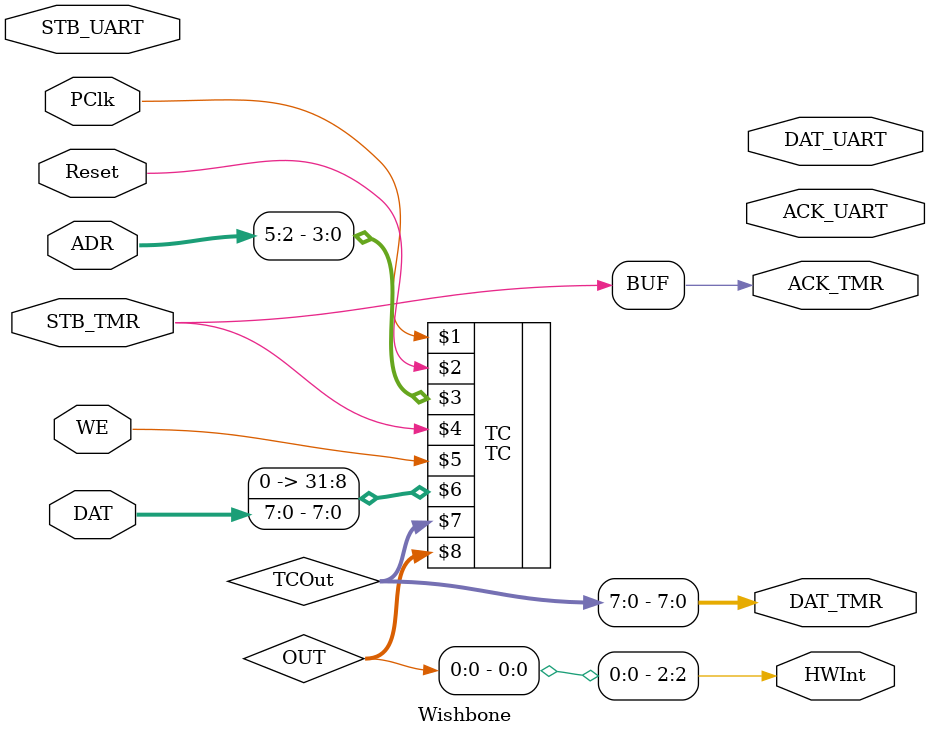
<source format=v>
module Wishbone(
    input PClk, Reset,
    input [6:2] ADR, 
    input [7:0] DAT, 
    input WE, 
    output ACK_UART, 
    input STB_UART, 
    output [7:0] DAT_UART, 
    output ACK_TMR, 
    input STB_TMR, 
    output [7:0] DAT_TMR,
    output [6:2] HWInt);
    wire [2:0] OUT;
    wire [31:0] TCOut;
    wire [5:2] A;
    assign A = (ADR == 5'b01000)? 4'b0000 :
               (ADR == 5'b01001)? 4'b0001 :
               (ADR == 5'b01010)? 4'b0010 :
               (ADR == 5'b01100)? 4'b0011 :
               (ADR == 5'b01101)? 4'b0100 :
               (ADR == 5'b01110)? 4'b0101 :
               (ADR == 5'b10000)? 4'b0110 :
               (ADR == 5'b10001)? 4'b0111 :
               (ADR == 5'b10010)? 4'b1000 : 0;
    TC TC(PClk, Reset, ADR[5:2], STB_TMR, WE, {24'b0, DAT}, TCOut, OUT);
    assign DAT_TMR = TCOut[7:0];
    assign ACK_TMR = STB_TMR;
    assign HWInt[2] = OUT[0];
endmodule
</source>
